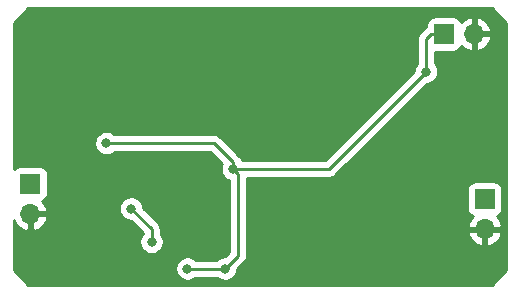
<source format=gbr>
G04 #@! TF.GenerationSoftware,KiCad,Pcbnew,(5.1.4)-1*
G04 #@! TF.CreationDate,2019-11-25T16:57:10-05:00*
G04 #@! TF.ProjectId,preamplifier,70726561-6d70-46c6-9966-6965722e6b69,rev?*
G04 #@! TF.SameCoordinates,Original*
G04 #@! TF.FileFunction,Copper,L2,Bot*
G04 #@! TF.FilePolarity,Positive*
%FSLAX46Y46*%
G04 Gerber Fmt 4.6, Leading zero omitted, Abs format (unit mm)*
G04 Created by KiCad (PCBNEW (5.1.4)-1) date 2019-11-25 16:57:10*
%MOMM*%
%LPD*%
G04 APERTURE LIST*
%ADD10O,1.700000X1.700000*%
%ADD11R,1.700000X1.700000*%
%ADD12C,0.800000*%
%ADD13C,0.250000*%
%ADD14C,0.254000*%
G04 APERTURE END LIST*
D10*
X102409001Y-56258499D03*
D11*
X99869001Y-56258499D03*
D10*
X64820800Y-71475600D03*
D11*
X64820800Y-68935600D03*
D10*
X103314500Y-72771000D03*
D11*
X103314500Y-70231000D03*
D12*
X82016600Y-67691000D03*
X98348800Y-59436000D03*
X81330800Y-76123800D03*
X78130400Y-76123800D03*
X71272400Y-65506600D03*
X73380600Y-71043800D03*
X75107800Y-73863200D03*
D13*
X98348800Y-58870315D02*
X98348800Y-59436000D01*
X98348800Y-56678700D02*
X98348800Y-58870315D01*
X98769001Y-56258499D02*
X98348800Y-56678700D01*
X99869001Y-56258499D02*
X98769001Y-56258499D01*
X90093800Y-67691000D02*
X82016600Y-67691000D01*
X98348800Y-59436000D02*
X90093800Y-67691000D01*
X71838085Y-65506600D02*
X71272400Y-65506600D01*
X80397885Y-65506600D02*
X71838085Y-65506600D01*
X82016600Y-67125315D02*
X80397885Y-65506600D01*
X82016600Y-67691000D02*
X82016600Y-67125315D01*
X81730799Y-75723801D02*
X81330800Y-76123800D01*
X82416599Y-75038001D02*
X81730799Y-75723801D01*
X82416599Y-68090999D02*
X82416599Y-75038001D01*
X82016600Y-67691000D02*
X82416599Y-68090999D01*
X80765115Y-76123800D02*
X78130400Y-76123800D01*
X81330800Y-76123800D02*
X80765115Y-76123800D01*
X75107800Y-72771000D02*
X73380600Y-71043800D01*
X75107800Y-73863200D02*
X75107800Y-72771000D01*
D14*
G36*
X105131000Y-55305021D02*
G01*
X105131001Y-76241578D01*
X103902180Y-77470400D01*
X64677621Y-77470400D01*
X63448800Y-76241580D01*
X63448800Y-72031819D01*
X63549159Y-72242520D01*
X63723212Y-72475869D01*
X63939445Y-72670778D01*
X64189548Y-72819757D01*
X64463909Y-72917081D01*
X64693800Y-72796414D01*
X64693800Y-71602600D01*
X64947800Y-71602600D01*
X64947800Y-72796414D01*
X65177691Y-72917081D01*
X65452052Y-72819757D01*
X65702155Y-72670778D01*
X65918388Y-72475869D01*
X66092441Y-72242520D01*
X66217625Y-71979699D01*
X66262276Y-71832490D01*
X66140955Y-71602600D01*
X64947800Y-71602600D01*
X64693800Y-71602600D01*
X64673800Y-71602600D01*
X64673800Y-71348600D01*
X64693800Y-71348600D01*
X64693800Y-71328600D01*
X64947800Y-71328600D01*
X64947800Y-71348600D01*
X66140955Y-71348600D01*
X66262276Y-71118710D01*
X66217625Y-70971501D01*
X66203508Y-70941861D01*
X72345600Y-70941861D01*
X72345600Y-71145739D01*
X72385374Y-71345698D01*
X72463395Y-71534056D01*
X72576663Y-71703574D01*
X72720826Y-71847737D01*
X72890344Y-71961005D01*
X73078702Y-72039026D01*
X73278661Y-72078800D01*
X73340799Y-72078800D01*
X74347801Y-73085803D01*
X74347801Y-73159488D01*
X74303863Y-73203426D01*
X74190595Y-73372944D01*
X74112574Y-73561302D01*
X74072800Y-73761261D01*
X74072800Y-73965139D01*
X74112574Y-74165098D01*
X74190595Y-74353456D01*
X74303863Y-74522974D01*
X74448026Y-74667137D01*
X74617544Y-74780405D01*
X74805902Y-74858426D01*
X75005861Y-74898200D01*
X75209739Y-74898200D01*
X75409698Y-74858426D01*
X75598056Y-74780405D01*
X75767574Y-74667137D01*
X75911737Y-74522974D01*
X76025005Y-74353456D01*
X76103026Y-74165098D01*
X76142800Y-73965139D01*
X76142800Y-73761261D01*
X76103026Y-73561302D01*
X76025005Y-73372944D01*
X75911737Y-73203426D01*
X75867800Y-73159489D01*
X75867800Y-72808325D01*
X75871476Y-72771000D01*
X75867800Y-72733675D01*
X75867800Y-72733667D01*
X75856803Y-72622014D01*
X75813346Y-72478753D01*
X75742774Y-72346724D01*
X75647801Y-72230999D01*
X75618803Y-72207201D01*
X74415600Y-71003999D01*
X74415600Y-70941861D01*
X74375826Y-70741902D01*
X74297805Y-70553544D01*
X74184537Y-70384026D01*
X74040374Y-70239863D01*
X73870856Y-70126595D01*
X73682498Y-70048574D01*
X73482539Y-70008800D01*
X73278661Y-70008800D01*
X73078702Y-70048574D01*
X72890344Y-70126595D01*
X72720826Y-70239863D01*
X72576663Y-70384026D01*
X72463395Y-70553544D01*
X72385374Y-70741902D01*
X72345600Y-70941861D01*
X66203508Y-70941861D01*
X66092441Y-70708680D01*
X65918388Y-70475331D01*
X65834334Y-70399566D01*
X65914980Y-70375102D01*
X66025294Y-70316137D01*
X66121985Y-70236785D01*
X66201337Y-70140094D01*
X66260302Y-70029780D01*
X66296612Y-69910082D01*
X66308872Y-69785600D01*
X66308872Y-68085600D01*
X66296612Y-67961118D01*
X66260302Y-67841420D01*
X66201337Y-67731106D01*
X66121985Y-67634415D01*
X66025294Y-67555063D01*
X65914980Y-67496098D01*
X65795282Y-67459788D01*
X65670800Y-67447528D01*
X63970800Y-67447528D01*
X63846318Y-67459788D01*
X63726620Y-67496098D01*
X63616306Y-67555063D01*
X63519615Y-67634415D01*
X63448800Y-67720704D01*
X63448800Y-65404661D01*
X70237400Y-65404661D01*
X70237400Y-65608539D01*
X70277174Y-65808498D01*
X70355195Y-65996856D01*
X70468463Y-66166374D01*
X70612626Y-66310537D01*
X70782144Y-66423805D01*
X70970502Y-66501826D01*
X71170461Y-66541600D01*
X71374339Y-66541600D01*
X71574298Y-66501826D01*
X71762656Y-66423805D01*
X71932174Y-66310537D01*
X71976111Y-66266600D01*
X80083084Y-66266600D01*
X81075329Y-67258845D01*
X81021374Y-67389102D01*
X80981600Y-67589061D01*
X80981600Y-67792939D01*
X81021374Y-67992898D01*
X81099395Y-68181256D01*
X81212663Y-68350774D01*
X81356826Y-68494937D01*
X81526344Y-68608205D01*
X81656599Y-68662159D01*
X81656600Y-74723198D01*
X81290999Y-75088800D01*
X81228861Y-75088800D01*
X81028902Y-75128574D01*
X80840544Y-75206595D01*
X80671026Y-75319863D01*
X80627089Y-75363800D01*
X78834111Y-75363800D01*
X78790174Y-75319863D01*
X78620656Y-75206595D01*
X78432298Y-75128574D01*
X78232339Y-75088800D01*
X78028461Y-75088800D01*
X77828502Y-75128574D01*
X77640144Y-75206595D01*
X77470626Y-75319863D01*
X77326463Y-75464026D01*
X77213195Y-75633544D01*
X77135174Y-75821902D01*
X77095400Y-76021861D01*
X77095400Y-76225739D01*
X77135174Y-76425698D01*
X77213195Y-76614056D01*
X77326463Y-76783574D01*
X77470626Y-76927737D01*
X77640144Y-77041005D01*
X77828502Y-77119026D01*
X78028461Y-77158800D01*
X78232339Y-77158800D01*
X78432298Y-77119026D01*
X78620656Y-77041005D01*
X78790174Y-76927737D01*
X78834111Y-76883800D01*
X80627089Y-76883800D01*
X80671026Y-76927737D01*
X80840544Y-77041005D01*
X81028902Y-77119026D01*
X81228861Y-77158800D01*
X81432739Y-77158800D01*
X81632698Y-77119026D01*
X81821056Y-77041005D01*
X81990574Y-76927737D01*
X82134737Y-76783574D01*
X82248005Y-76614056D01*
X82326026Y-76425698D01*
X82365800Y-76225739D01*
X82365800Y-76163601D01*
X82927601Y-75601800D01*
X82956600Y-75578002D01*
X83051573Y-75462277D01*
X83122145Y-75330248D01*
X83165602Y-75186987D01*
X83176599Y-75075334D01*
X83176599Y-75075326D01*
X83180275Y-75038001D01*
X83176599Y-75000676D01*
X83176599Y-73127890D01*
X101873024Y-73127890D01*
X101917675Y-73275099D01*
X102042859Y-73537920D01*
X102216912Y-73771269D01*
X102433145Y-73966178D01*
X102683248Y-74115157D01*
X102957609Y-74212481D01*
X103187500Y-74091814D01*
X103187500Y-72898000D01*
X103441500Y-72898000D01*
X103441500Y-74091814D01*
X103671391Y-74212481D01*
X103945752Y-74115157D01*
X104195855Y-73966178D01*
X104412088Y-73771269D01*
X104586141Y-73537920D01*
X104711325Y-73275099D01*
X104755976Y-73127890D01*
X104634655Y-72898000D01*
X103441500Y-72898000D01*
X103187500Y-72898000D01*
X101994345Y-72898000D01*
X101873024Y-73127890D01*
X83176599Y-73127890D01*
X83176599Y-69381000D01*
X101826428Y-69381000D01*
X101826428Y-71081000D01*
X101838688Y-71205482D01*
X101874998Y-71325180D01*
X101933963Y-71435494D01*
X102013315Y-71532185D01*
X102110006Y-71611537D01*
X102220320Y-71670502D01*
X102300966Y-71694966D01*
X102216912Y-71770731D01*
X102042859Y-72004080D01*
X101917675Y-72266901D01*
X101873024Y-72414110D01*
X101994345Y-72644000D01*
X103187500Y-72644000D01*
X103187500Y-72624000D01*
X103441500Y-72624000D01*
X103441500Y-72644000D01*
X104634655Y-72644000D01*
X104755976Y-72414110D01*
X104711325Y-72266901D01*
X104586141Y-72004080D01*
X104412088Y-71770731D01*
X104328034Y-71694966D01*
X104408680Y-71670502D01*
X104518994Y-71611537D01*
X104615685Y-71532185D01*
X104695037Y-71435494D01*
X104754002Y-71325180D01*
X104790312Y-71205482D01*
X104802572Y-71081000D01*
X104802572Y-69381000D01*
X104790312Y-69256518D01*
X104754002Y-69136820D01*
X104695037Y-69026506D01*
X104615685Y-68929815D01*
X104518994Y-68850463D01*
X104408680Y-68791498D01*
X104288982Y-68755188D01*
X104164500Y-68742928D01*
X102464500Y-68742928D01*
X102340018Y-68755188D01*
X102220320Y-68791498D01*
X102110006Y-68850463D01*
X102013315Y-68929815D01*
X101933963Y-69026506D01*
X101874998Y-69136820D01*
X101838688Y-69256518D01*
X101826428Y-69381000D01*
X83176599Y-69381000D01*
X83176599Y-68451000D01*
X90056478Y-68451000D01*
X90093800Y-68454676D01*
X90131122Y-68451000D01*
X90131133Y-68451000D01*
X90242786Y-68440003D01*
X90386047Y-68396546D01*
X90518076Y-68325974D01*
X90633801Y-68231001D01*
X90657604Y-68201997D01*
X98388602Y-60471000D01*
X98450739Y-60471000D01*
X98650698Y-60431226D01*
X98839056Y-60353205D01*
X99008574Y-60239937D01*
X99152737Y-60095774D01*
X99266005Y-59926256D01*
X99344026Y-59737898D01*
X99383800Y-59537939D01*
X99383800Y-59334061D01*
X99344026Y-59134102D01*
X99266005Y-58945744D01*
X99152737Y-58776226D01*
X99108800Y-58732289D01*
X99108800Y-57746571D01*
X100719001Y-57746571D01*
X100843483Y-57734311D01*
X100963181Y-57698001D01*
X101073495Y-57639036D01*
X101170186Y-57559684D01*
X101249538Y-57462993D01*
X101308503Y-57352679D01*
X101332967Y-57272033D01*
X101408732Y-57356087D01*
X101642081Y-57530140D01*
X101904902Y-57655324D01*
X102052111Y-57699975D01*
X102282001Y-57578654D01*
X102282001Y-56385499D01*
X102536001Y-56385499D01*
X102536001Y-57578654D01*
X102765891Y-57699975D01*
X102913100Y-57655324D01*
X103175921Y-57530140D01*
X103409270Y-57356087D01*
X103604179Y-57139854D01*
X103753158Y-56889751D01*
X103850482Y-56615390D01*
X103729815Y-56385499D01*
X102536001Y-56385499D01*
X102282001Y-56385499D01*
X102262001Y-56385499D01*
X102262001Y-56131499D01*
X102282001Y-56131499D01*
X102282001Y-54938344D01*
X102536001Y-54938344D01*
X102536001Y-56131499D01*
X103729815Y-56131499D01*
X103850482Y-55901608D01*
X103753158Y-55627247D01*
X103604179Y-55377144D01*
X103409270Y-55160911D01*
X103175921Y-54986858D01*
X102913100Y-54861674D01*
X102765891Y-54817023D01*
X102536001Y-54938344D01*
X102282001Y-54938344D01*
X102052111Y-54817023D01*
X101904902Y-54861674D01*
X101642081Y-54986858D01*
X101408732Y-55160911D01*
X101332967Y-55244965D01*
X101308503Y-55164319D01*
X101249538Y-55054005D01*
X101170186Y-54957314D01*
X101073495Y-54877962D01*
X100963181Y-54818997D01*
X100843483Y-54782687D01*
X100719001Y-54770427D01*
X99019001Y-54770427D01*
X98894519Y-54782687D01*
X98774821Y-54818997D01*
X98664507Y-54877962D01*
X98567816Y-54957314D01*
X98488464Y-55054005D01*
X98429499Y-55164319D01*
X98393189Y-55284017D01*
X98380929Y-55408499D01*
X98380929Y-55604173D01*
X98344725Y-55623525D01*
X98229000Y-55718498D01*
X98205197Y-55747502D01*
X97837803Y-56114896D01*
X97808799Y-56138699D01*
X97753671Y-56205874D01*
X97713826Y-56254424D01*
X97711648Y-56258499D01*
X97643254Y-56386454D01*
X97599797Y-56529715D01*
X97588800Y-56641368D01*
X97588800Y-56641378D01*
X97585124Y-56678700D01*
X97588800Y-56716023D01*
X97588801Y-58732288D01*
X97544863Y-58776226D01*
X97431595Y-58945744D01*
X97353574Y-59134102D01*
X97313800Y-59334061D01*
X97313800Y-59396198D01*
X89778999Y-66931000D01*
X82751853Y-66931000D01*
X82722146Y-66833068D01*
X82651574Y-66701039D01*
X82556601Y-66585314D01*
X82527603Y-66561516D01*
X80961689Y-64995603D01*
X80937886Y-64966599D01*
X80822161Y-64871626D01*
X80690132Y-64801054D01*
X80546871Y-64757597D01*
X80435218Y-64746600D01*
X80435207Y-64746600D01*
X80397885Y-64742924D01*
X80360563Y-64746600D01*
X71976111Y-64746600D01*
X71932174Y-64702663D01*
X71762656Y-64589395D01*
X71574298Y-64511374D01*
X71374339Y-64471600D01*
X71170461Y-64471600D01*
X70970502Y-64511374D01*
X70782144Y-64589395D01*
X70612626Y-64702663D01*
X70468463Y-64846826D01*
X70355195Y-65016344D01*
X70277174Y-65204702D01*
X70237400Y-65404661D01*
X63448800Y-65404661D01*
X63448800Y-55305020D01*
X64677621Y-54076200D01*
X103902180Y-54076200D01*
X105131000Y-55305021D01*
X105131000Y-55305021D01*
G37*
X105131000Y-55305021D02*
X105131001Y-76241578D01*
X103902180Y-77470400D01*
X64677621Y-77470400D01*
X63448800Y-76241580D01*
X63448800Y-72031819D01*
X63549159Y-72242520D01*
X63723212Y-72475869D01*
X63939445Y-72670778D01*
X64189548Y-72819757D01*
X64463909Y-72917081D01*
X64693800Y-72796414D01*
X64693800Y-71602600D01*
X64947800Y-71602600D01*
X64947800Y-72796414D01*
X65177691Y-72917081D01*
X65452052Y-72819757D01*
X65702155Y-72670778D01*
X65918388Y-72475869D01*
X66092441Y-72242520D01*
X66217625Y-71979699D01*
X66262276Y-71832490D01*
X66140955Y-71602600D01*
X64947800Y-71602600D01*
X64693800Y-71602600D01*
X64673800Y-71602600D01*
X64673800Y-71348600D01*
X64693800Y-71348600D01*
X64693800Y-71328600D01*
X64947800Y-71328600D01*
X64947800Y-71348600D01*
X66140955Y-71348600D01*
X66262276Y-71118710D01*
X66217625Y-70971501D01*
X66203508Y-70941861D01*
X72345600Y-70941861D01*
X72345600Y-71145739D01*
X72385374Y-71345698D01*
X72463395Y-71534056D01*
X72576663Y-71703574D01*
X72720826Y-71847737D01*
X72890344Y-71961005D01*
X73078702Y-72039026D01*
X73278661Y-72078800D01*
X73340799Y-72078800D01*
X74347801Y-73085803D01*
X74347801Y-73159488D01*
X74303863Y-73203426D01*
X74190595Y-73372944D01*
X74112574Y-73561302D01*
X74072800Y-73761261D01*
X74072800Y-73965139D01*
X74112574Y-74165098D01*
X74190595Y-74353456D01*
X74303863Y-74522974D01*
X74448026Y-74667137D01*
X74617544Y-74780405D01*
X74805902Y-74858426D01*
X75005861Y-74898200D01*
X75209739Y-74898200D01*
X75409698Y-74858426D01*
X75598056Y-74780405D01*
X75767574Y-74667137D01*
X75911737Y-74522974D01*
X76025005Y-74353456D01*
X76103026Y-74165098D01*
X76142800Y-73965139D01*
X76142800Y-73761261D01*
X76103026Y-73561302D01*
X76025005Y-73372944D01*
X75911737Y-73203426D01*
X75867800Y-73159489D01*
X75867800Y-72808325D01*
X75871476Y-72771000D01*
X75867800Y-72733675D01*
X75867800Y-72733667D01*
X75856803Y-72622014D01*
X75813346Y-72478753D01*
X75742774Y-72346724D01*
X75647801Y-72230999D01*
X75618803Y-72207201D01*
X74415600Y-71003999D01*
X74415600Y-70941861D01*
X74375826Y-70741902D01*
X74297805Y-70553544D01*
X74184537Y-70384026D01*
X74040374Y-70239863D01*
X73870856Y-70126595D01*
X73682498Y-70048574D01*
X73482539Y-70008800D01*
X73278661Y-70008800D01*
X73078702Y-70048574D01*
X72890344Y-70126595D01*
X72720826Y-70239863D01*
X72576663Y-70384026D01*
X72463395Y-70553544D01*
X72385374Y-70741902D01*
X72345600Y-70941861D01*
X66203508Y-70941861D01*
X66092441Y-70708680D01*
X65918388Y-70475331D01*
X65834334Y-70399566D01*
X65914980Y-70375102D01*
X66025294Y-70316137D01*
X66121985Y-70236785D01*
X66201337Y-70140094D01*
X66260302Y-70029780D01*
X66296612Y-69910082D01*
X66308872Y-69785600D01*
X66308872Y-68085600D01*
X66296612Y-67961118D01*
X66260302Y-67841420D01*
X66201337Y-67731106D01*
X66121985Y-67634415D01*
X66025294Y-67555063D01*
X65914980Y-67496098D01*
X65795282Y-67459788D01*
X65670800Y-67447528D01*
X63970800Y-67447528D01*
X63846318Y-67459788D01*
X63726620Y-67496098D01*
X63616306Y-67555063D01*
X63519615Y-67634415D01*
X63448800Y-67720704D01*
X63448800Y-65404661D01*
X70237400Y-65404661D01*
X70237400Y-65608539D01*
X70277174Y-65808498D01*
X70355195Y-65996856D01*
X70468463Y-66166374D01*
X70612626Y-66310537D01*
X70782144Y-66423805D01*
X70970502Y-66501826D01*
X71170461Y-66541600D01*
X71374339Y-66541600D01*
X71574298Y-66501826D01*
X71762656Y-66423805D01*
X71932174Y-66310537D01*
X71976111Y-66266600D01*
X80083084Y-66266600D01*
X81075329Y-67258845D01*
X81021374Y-67389102D01*
X80981600Y-67589061D01*
X80981600Y-67792939D01*
X81021374Y-67992898D01*
X81099395Y-68181256D01*
X81212663Y-68350774D01*
X81356826Y-68494937D01*
X81526344Y-68608205D01*
X81656599Y-68662159D01*
X81656600Y-74723198D01*
X81290999Y-75088800D01*
X81228861Y-75088800D01*
X81028902Y-75128574D01*
X80840544Y-75206595D01*
X80671026Y-75319863D01*
X80627089Y-75363800D01*
X78834111Y-75363800D01*
X78790174Y-75319863D01*
X78620656Y-75206595D01*
X78432298Y-75128574D01*
X78232339Y-75088800D01*
X78028461Y-75088800D01*
X77828502Y-75128574D01*
X77640144Y-75206595D01*
X77470626Y-75319863D01*
X77326463Y-75464026D01*
X77213195Y-75633544D01*
X77135174Y-75821902D01*
X77095400Y-76021861D01*
X77095400Y-76225739D01*
X77135174Y-76425698D01*
X77213195Y-76614056D01*
X77326463Y-76783574D01*
X77470626Y-76927737D01*
X77640144Y-77041005D01*
X77828502Y-77119026D01*
X78028461Y-77158800D01*
X78232339Y-77158800D01*
X78432298Y-77119026D01*
X78620656Y-77041005D01*
X78790174Y-76927737D01*
X78834111Y-76883800D01*
X80627089Y-76883800D01*
X80671026Y-76927737D01*
X80840544Y-77041005D01*
X81028902Y-77119026D01*
X81228861Y-77158800D01*
X81432739Y-77158800D01*
X81632698Y-77119026D01*
X81821056Y-77041005D01*
X81990574Y-76927737D01*
X82134737Y-76783574D01*
X82248005Y-76614056D01*
X82326026Y-76425698D01*
X82365800Y-76225739D01*
X82365800Y-76163601D01*
X82927601Y-75601800D01*
X82956600Y-75578002D01*
X83051573Y-75462277D01*
X83122145Y-75330248D01*
X83165602Y-75186987D01*
X83176599Y-75075334D01*
X83176599Y-75075326D01*
X83180275Y-75038001D01*
X83176599Y-75000676D01*
X83176599Y-73127890D01*
X101873024Y-73127890D01*
X101917675Y-73275099D01*
X102042859Y-73537920D01*
X102216912Y-73771269D01*
X102433145Y-73966178D01*
X102683248Y-74115157D01*
X102957609Y-74212481D01*
X103187500Y-74091814D01*
X103187500Y-72898000D01*
X103441500Y-72898000D01*
X103441500Y-74091814D01*
X103671391Y-74212481D01*
X103945752Y-74115157D01*
X104195855Y-73966178D01*
X104412088Y-73771269D01*
X104586141Y-73537920D01*
X104711325Y-73275099D01*
X104755976Y-73127890D01*
X104634655Y-72898000D01*
X103441500Y-72898000D01*
X103187500Y-72898000D01*
X101994345Y-72898000D01*
X101873024Y-73127890D01*
X83176599Y-73127890D01*
X83176599Y-69381000D01*
X101826428Y-69381000D01*
X101826428Y-71081000D01*
X101838688Y-71205482D01*
X101874998Y-71325180D01*
X101933963Y-71435494D01*
X102013315Y-71532185D01*
X102110006Y-71611537D01*
X102220320Y-71670502D01*
X102300966Y-71694966D01*
X102216912Y-71770731D01*
X102042859Y-72004080D01*
X101917675Y-72266901D01*
X101873024Y-72414110D01*
X101994345Y-72644000D01*
X103187500Y-72644000D01*
X103187500Y-72624000D01*
X103441500Y-72624000D01*
X103441500Y-72644000D01*
X104634655Y-72644000D01*
X104755976Y-72414110D01*
X104711325Y-72266901D01*
X104586141Y-72004080D01*
X104412088Y-71770731D01*
X104328034Y-71694966D01*
X104408680Y-71670502D01*
X104518994Y-71611537D01*
X104615685Y-71532185D01*
X104695037Y-71435494D01*
X104754002Y-71325180D01*
X104790312Y-71205482D01*
X104802572Y-71081000D01*
X104802572Y-69381000D01*
X104790312Y-69256518D01*
X104754002Y-69136820D01*
X104695037Y-69026506D01*
X104615685Y-68929815D01*
X104518994Y-68850463D01*
X104408680Y-68791498D01*
X104288982Y-68755188D01*
X104164500Y-68742928D01*
X102464500Y-68742928D01*
X102340018Y-68755188D01*
X102220320Y-68791498D01*
X102110006Y-68850463D01*
X102013315Y-68929815D01*
X101933963Y-69026506D01*
X101874998Y-69136820D01*
X101838688Y-69256518D01*
X101826428Y-69381000D01*
X83176599Y-69381000D01*
X83176599Y-68451000D01*
X90056478Y-68451000D01*
X90093800Y-68454676D01*
X90131122Y-68451000D01*
X90131133Y-68451000D01*
X90242786Y-68440003D01*
X90386047Y-68396546D01*
X90518076Y-68325974D01*
X90633801Y-68231001D01*
X90657604Y-68201997D01*
X98388602Y-60471000D01*
X98450739Y-60471000D01*
X98650698Y-60431226D01*
X98839056Y-60353205D01*
X99008574Y-60239937D01*
X99152737Y-60095774D01*
X99266005Y-59926256D01*
X99344026Y-59737898D01*
X99383800Y-59537939D01*
X99383800Y-59334061D01*
X99344026Y-59134102D01*
X99266005Y-58945744D01*
X99152737Y-58776226D01*
X99108800Y-58732289D01*
X99108800Y-57746571D01*
X100719001Y-57746571D01*
X100843483Y-57734311D01*
X100963181Y-57698001D01*
X101073495Y-57639036D01*
X101170186Y-57559684D01*
X101249538Y-57462993D01*
X101308503Y-57352679D01*
X101332967Y-57272033D01*
X101408732Y-57356087D01*
X101642081Y-57530140D01*
X101904902Y-57655324D01*
X102052111Y-57699975D01*
X102282001Y-57578654D01*
X102282001Y-56385499D01*
X102536001Y-56385499D01*
X102536001Y-57578654D01*
X102765891Y-57699975D01*
X102913100Y-57655324D01*
X103175921Y-57530140D01*
X103409270Y-57356087D01*
X103604179Y-57139854D01*
X103753158Y-56889751D01*
X103850482Y-56615390D01*
X103729815Y-56385499D01*
X102536001Y-56385499D01*
X102282001Y-56385499D01*
X102262001Y-56385499D01*
X102262001Y-56131499D01*
X102282001Y-56131499D01*
X102282001Y-54938344D01*
X102536001Y-54938344D01*
X102536001Y-56131499D01*
X103729815Y-56131499D01*
X103850482Y-55901608D01*
X103753158Y-55627247D01*
X103604179Y-55377144D01*
X103409270Y-55160911D01*
X103175921Y-54986858D01*
X102913100Y-54861674D01*
X102765891Y-54817023D01*
X102536001Y-54938344D01*
X102282001Y-54938344D01*
X102052111Y-54817023D01*
X101904902Y-54861674D01*
X101642081Y-54986858D01*
X101408732Y-55160911D01*
X101332967Y-55244965D01*
X101308503Y-55164319D01*
X101249538Y-55054005D01*
X101170186Y-54957314D01*
X101073495Y-54877962D01*
X100963181Y-54818997D01*
X100843483Y-54782687D01*
X100719001Y-54770427D01*
X99019001Y-54770427D01*
X98894519Y-54782687D01*
X98774821Y-54818997D01*
X98664507Y-54877962D01*
X98567816Y-54957314D01*
X98488464Y-55054005D01*
X98429499Y-55164319D01*
X98393189Y-55284017D01*
X98380929Y-55408499D01*
X98380929Y-55604173D01*
X98344725Y-55623525D01*
X98229000Y-55718498D01*
X98205197Y-55747502D01*
X97837803Y-56114896D01*
X97808799Y-56138699D01*
X97753671Y-56205874D01*
X97713826Y-56254424D01*
X97711648Y-56258499D01*
X97643254Y-56386454D01*
X97599797Y-56529715D01*
X97588800Y-56641368D01*
X97588800Y-56641378D01*
X97585124Y-56678700D01*
X97588800Y-56716023D01*
X97588801Y-58732288D01*
X97544863Y-58776226D01*
X97431595Y-58945744D01*
X97353574Y-59134102D01*
X97313800Y-59334061D01*
X97313800Y-59396198D01*
X89778999Y-66931000D01*
X82751853Y-66931000D01*
X82722146Y-66833068D01*
X82651574Y-66701039D01*
X82556601Y-66585314D01*
X82527603Y-66561516D01*
X80961689Y-64995603D01*
X80937886Y-64966599D01*
X80822161Y-64871626D01*
X80690132Y-64801054D01*
X80546871Y-64757597D01*
X80435218Y-64746600D01*
X80435207Y-64746600D01*
X80397885Y-64742924D01*
X80360563Y-64746600D01*
X71976111Y-64746600D01*
X71932174Y-64702663D01*
X71762656Y-64589395D01*
X71574298Y-64511374D01*
X71374339Y-64471600D01*
X71170461Y-64471600D01*
X70970502Y-64511374D01*
X70782144Y-64589395D01*
X70612626Y-64702663D01*
X70468463Y-64846826D01*
X70355195Y-65016344D01*
X70277174Y-65204702D01*
X70237400Y-65404661D01*
X63448800Y-65404661D01*
X63448800Y-55305020D01*
X64677621Y-54076200D01*
X103902180Y-54076200D01*
X105131000Y-55305021D01*
M02*

</source>
